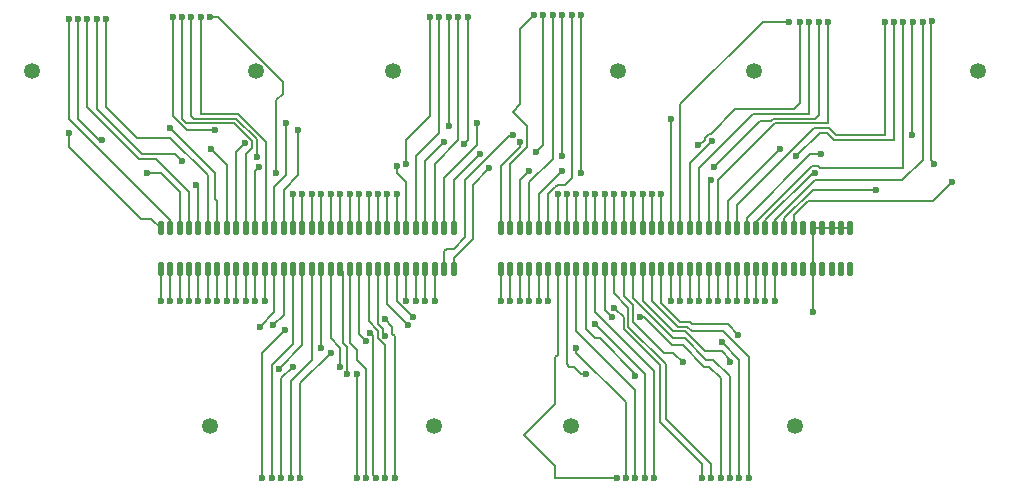
<source format=gbr>
%TF.GenerationSoftware,KiCad,Pcbnew,8.0.2-1*%
%TF.CreationDate,2024-06-18T10:28:37-04:00*%
%TF.ProjectId,Untitled,556e7469-746c-4656-942e-6b696361645f,rev?*%
%TF.SameCoordinates,Original*%
%TF.FileFunction,Copper,L2,Bot*%
%TF.FilePolarity,Positive*%
%FSLAX46Y46*%
G04 Gerber Fmt 4.6, Leading zero omitted, Abs format (unit mm)*
G04 Created by KiCad (PCBNEW 8.0.2-1) date 2024-06-18 10:28:37*
%MOMM*%
%LPD*%
G01*
G04 APERTURE LIST*
G04 Aperture macros list*
%AMRoundRect*
0 Rectangle with rounded corners*
0 $1 Rounding radius*
0 $2 $3 $4 $5 $6 $7 $8 $9 X,Y pos of 4 corners*
0 Add a 4 corners polygon primitive as box body*
4,1,4,$2,$3,$4,$5,$6,$7,$8,$9,$2,$3,0*
0 Add four circle primitives for the rounded corners*
1,1,$1+$1,$2,$3*
1,1,$1+$1,$4,$5*
1,1,$1+$1,$6,$7*
1,1,$1+$1,$8,$9*
0 Add four rect primitives between the rounded corners*
20,1,$1+$1,$2,$3,$4,$5,0*
20,1,$1+$1,$4,$5,$6,$7,0*
20,1,$1+$1,$6,$7,$8,$9,0*
20,1,$1+$1,$8,$9,$2,$3,0*%
G04 Aperture macros list end*
%TA.AperFunction,ComponentPad*%
%ADD10C,1.348000*%
%TD*%
%TA.AperFunction,SMDPad,CuDef*%
%ADD11RoundRect,0.125000X-0.125000X-0.475000X0.125000X-0.475000X0.125000X0.475000X-0.125000X0.475000X0*%
%TD*%
%TA.AperFunction,ViaPad*%
%ADD12C,0.600000*%
%TD*%
%TA.AperFunction,Conductor*%
%ADD13C,0.200000*%
%TD*%
G04 APERTURE END LIST*
D10*
%TO.P,REF\u002A\u002A4,S1*%
%TO.N,N/C*%
X105505000Y-115000000D03*
%TO.P,REF\u002A\u002A4,S2*%
X124495000Y-115000000D03*
%TD*%
%TO.P,REF\u002A\u002A,S1*%
%TO.N,N/C*%
X74960000Y-115000000D03*
%TO.P,REF\u002A\u002A,S2*%
X93950000Y-115000000D03*
%TD*%
%TO.P,REF\u002A\u002A2,S1*%
%TO.N,N/C*%
X121000000Y-85000000D03*
%TO.P,REF\u002A\u002A2,S2*%
X139990000Y-85000000D03*
%TD*%
%TO.P,REF\u002A\u002A1,S1*%
%TO.N,N/C*%
X59905000Y-85000000D03*
%TO.P,REF\u002A\u002A1,S2*%
X78895000Y-85000000D03*
%TD*%
%TO.P,REF\u002A\u002A3,S1*%
%TO.N,N/C*%
X90505000Y-85000000D03*
%TO.P,REF\u002A\u002A3,S2*%
X109495000Y-85000000D03*
%TD*%
D11*
%TO.P,REF\u002A\u002A,1*%
%TO.N,A0*%
X70800000Y-98300000D03*
%TO.P,REF\u002A\u002A,2*%
%TO.N,A1*%
X70800000Y-101700000D03*
%TO.P,REF\u002A\u002A,3*%
%TO.N,K0*%
X71600000Y-98300000D03*
%TO.P,REF\u002A\u002A,4*%
%TO.N,K1*%
X71600000Y-101700000D03*
%TO.P,REF\u002A\u002A,5*%
%TO.N,A2*%
X72400000Y-98300000D03*
%TO.P,REF\u002A\u002A,6*%
%TO.N,A3*%
X72400000Y-101700000D03*
%TO.P,REF\u002A\u002A,7*%
%TO.N,K2*%
X73200000Y-98300000D03*
%TO.P,REF\u002A\u002A,8*%
%TO.N,K3*%
X73200000Y-101700000D03*
%TO.P,REF\u002A\u002A,9*%
%TO.N,A4*%
X74000000Y-98300000D03*
%TO.P,REF\u002A\u002A,10*%
%TO.N,A5*%
X74000000Y-101700000D03*
%TO.P,REF\u002A\u002A,11*%
%TO.N,K4*%
X74800000Y-98300000D03*
%TO.P,REF\u002A\u002A,12*%
%TO.N,K5*%
X74800000Y-101700000D03*
%TO.P,REF\u002A\u002A,13*%
%TO.N,A6*%
X75600000Y-98300000D03*
%TO.P,REF\u002A\u002A,14*%
%TO.N,A7*%
X75600000Y-101700000D03*
%TO.P,REF\u002A\u002A,15*%
%TO.N,K6*%
X76400000Y-98300000D03*
%TO.P,REF\u002A\u002A,16*%
%TO.N,K7*%
X76400000Y-101700000D03*
%TO.P,REF\u002A\u002A,17*%
%TO.N,A8*%
X77200000Y-98300000D03*
%TO.P,REF\u002A\u002A,18*%
%TO.N,A9*%
X77200000Y-101700000D03*
%TO.P,REF\u002A\u002A,19*%
%TO.N,K8*%
X78000000Y-98300000D03*
%TO.P,REF\u002A\u002A,20*%
%TO.N,K9*%
X78000000Y-101700000D03*
%TO.P,REF\u002A\u002A,21*%
%TO.N,A10*%
X78800000Y-98300000D03*
%TO.P,REF\u002A\u002A,22*%
%TO.N,A11*%
X78800000Y-101700000D03*
%TO.P,REF\u002A\u002A,23*%
%TO.N,K10*%
X79600000Y-98300000D03*
%TO.P,REF\u002A\u002A,24*%
%TO.N,K11*%
X79600000Y-101700000D03*
%TO.P,REF\u002A\u002A,25*%
%TO.N,A12*%
X80400000Y-98300000D03*
%TO.P,REF\u002A\u002A,26*%
%TO.N,A13*%
X80400000Y-101700000D03*
%TO.P,REF\u002A\u002A,27*%
%TO.N,K12*%
X81200000Y-98300000D03*
%TO.P,REF\u002A\u002A,28*%
%TO.N,K13*%
X81200000Y-101700000D03*
%TO.P,REF\u002A\u002A,29*%
%TO.N,A14*%
X82000000Y-98300000D03*
%TO.P,REF\u002A\u002A,30*%
%TO.N,A15*%
X82000000Y-101700000D03*
%TO.P,REF\u002A\u002A,31*%
%TO.N,K14*%
X82800000Y-98300000D03*
%TO.P,REF\u002A\u002A,32*%
%TO.N,K15*%
X82800000Y-101700000D03*
%TO.P,REF\u002A\u002A,33*%
%TO.N,A16*%
X83600000Y-98300000D03*
%TO.P,REF\u002A\u002A,34*%
%TO.N,A17*%
X83600000Y-101700000D03*
%TO.P,REF\u002A\u002A,35*%
%TO.N,K16*%
X84400000Y-98300000D03*
%TO.P,REF\u002A\u002A,36*%
%TO.N,K17*%
X84400000Y-101700000D03*
%TO.P,REF\u002A\u002A,37*%
%TO.N,A18*%
X85200000Y-98300000D03*
%TO.P,REF\u002A\u002A,38*%
%TO.N,A19*%
X85200000Y-101700000D03*
%TO.P,REF\u002A\u002A,39*%
%TO.N,K18*%
X86000000Y-98300000D03*
%TO.P,REF\u002A\u002A,40*%
%TO.N,K19*%
X86000000Y-101700000D03*
%TO.P,REF\u002A\u002A,41*%
%TO.N,A20*%
X86800000Y-98300000D03*
%TO.P,REF\u002A\u002A,42*%
%TO.N,A21*%
X86800000Y-101700000D03*
%TO.P,REF\u002A\u002A,43*%
%TO.N,K20*%
X87600000Y-98300000D03*
%TO.P,REF\u002A\u002A,44*%
%TO.N,K21*%
X87600000Y-101700000D03*
%TO.P,REF\u002A\u002A,45*%
%TO.N,A22*%
X88400000Y-98300000D03*
%TO.P,REF\u002A\u002A,46*%
%TO.N,A23*%
X88400000Y-101700000D03*
%TO.P,REF\u002A\u002A,47*%
%TO.N,K22*%
X89200000Y-98300000D03*
%TO.P,REF\u002A\u002A,48*%
%TO.N,K23*%
X89200000Y-101700000D03*
%TO.P,REF\u002A\u002A,49*%
%TO.N,A24*%
X90000000Y-98300000D03*
%TO.P,REF\u002A\u002A,50*%
%TO.N,A25*%
X90000000Y-101700000D03*
%TO.P,REF\u002A\u002A,51*%
%TO.N,K24*%
X90800000Y-98300000D03*
%TO.P,REF\u002A\u002A,52*%
%TO.N,K25*%
X90800000Y-101700000D03*
%TO.P,REF\u002A\u002A,53*%
%TO.N,A26*%
X91600000Y-98300000D03*
%TO.P,REF\u002A\u002A,54*%
%TO.N,A27*%
X91600000Y-101700000D03*
%TO.P,REF\u002A\u002A,55*%
%TO.N,K26*%
X92400000Y-98300000D03*
%TO.P,REF\u002A\u002A,56*%
%TO.N,K27*%
X92400000Y-101700000D03*
%TO.P,REF\u002A\u002A,57*%
%TO.N,A28*%
X93200000Y-98300000D03*
%TO.P,REF\u002A\u002A,58*%
%TO.N,A29*%
X93200000Y-101700000D03*
%TO.P,REF\u002A\u002A,59*%
%TO.N,K28*%
X94000000Y-98300000D03*
%TO.P,REF\u002A\u002A,60*%
%TO.N,K29*%
X94000000Y-101700000D03*
%TO.P,REF\u002A\u002A,61*%
%TO.N,A30*%
X94800000Y-98300000D03*
%TO.P,REF\u002A\u002A,62*%
%TO.N,A31*%
X94800000Y-101700000D03*
%TO.P,REF\u002A\u002A,63*%
%TO.N,K30*%
X95600000Y-98300000D03*
%TO.P,REF\u002A\u002A,64*%
%TO.N,K31*%
X95600000Y-101700000D03*
%TO.P,REF\u002A\u002A,65*%
%TO.N,A32*%
X99600000Y-98300000D03*
%TO.P,REF\u002A\u002A,66*%
%TO.N,A33*%
X99600000Y-101700000D03*
%TO.P,REF\u002A\u002A,67*%
%TO.N,K32*%
X100400000Y-98300000D03*
%TO.P,REF\u002A\u002A,68*%
%TO.N,K33*%
X100400000Y-101700000D03*
%TO.P,REF\u002A\u002A,69*%
%TO.N,A34*%
X101200000Y-98300000D03*
%TO.P,REF\u002A\u002A,70*%
%TO.N,A35*%
X101200000Y-101700000D03*
%TO.P,REF\u002A\u002A,71*%
%TO.N,K34*%
X102000000Y-98300000D03*
%TO.P,REF\u002A\u002A,72*%
%TO.N,K35*%
X102000000Y-101700000D03*
%TO.P,REF\u002A\u002A,73*%
%TO.N,A36*%
X102800000Y-98300000D03*
%TO.P,REF\u002A\u002A,74*%
%TO.N,A37*%
X102800000Y-101700000D03*
%TO.P,REF\u002A\u002A,75*%
%TO.N,K36*%
X103600000Y-98300000D03*
%TO.P,REF\u002A\u002A,76*%
%TO.N,K37*%
X103600000Y-101700000D03*
%TO.P,REF\u002A\u002A,77*%
%TO.N,A38*%
X104400000Y-98300000D03*
%TO.P,REF\u002A\u002A,78*%
%TO.N,A39*%
X104400000Y-101700000D03*
%TO.P,REF\u002A\u002A,79*%
%TO.N,K38*%
X105200000Y-98300000D03*
%TO.P,REF\u002A\u002A,80*%
%TO.N,K39*%
X105200000Y-101700000D03*
%TO.P,REF\u002A\u002A,81*%
%TO.N,A40*%
X106000000Y-98300000D03*
%TO.P,REF\u002A\u002A,82*%
%TO.N,A41*%
X106000000Y-101700000D03*
%TO.P,REF\u002A\u002A,83*%
%TO.N,K40*%
X106800000Y-98300000D03*
%TO.P,REF\u002A\u002A,84*%
%TO.N,K41*%
X106800000Y-101700000D03*
%TO.P,REF\u002A\u002A,85*%
%TO.N,A42*%
X107600000Y-98300000D03*
%TO.P,REF\u002A\u002A,86*%
%TO.N,A43*%
X107600000Y-101700000D03*
%TO.P,REF\u002A\u002A,87*%
%TO.N,K42*%
X108400000Y-98300000D03*
%TO.P,REF\u002A\u002A,88*%
%TO.N,K43*%
X108400000Y-101700000D03*
%TO.P,REF\u002A\u002A,89*%
%TO.N,A44*%
X109200000Y-98300000D03*
%TO.P,REF\u002A\u002A,90*%
%TO.N,A45*%
X109200000Y-101700000D03*
%TO.P,REF\u002A\u002A,91*%
%TO.N,K44*%
X110000000Y-98300000D03*
%TO.P,REF\u002A\u002A,92*%
%TO.N,K45*%
X110000000Y-101700000D03*
%TO.P,REF\u002A\u002A,93*%
%TO.N,A46*%
X110800000Y-98300000D03*
%TO.P,REF\u002A\u002A,94*%
%TO.N,A47*%
X110800000Y-101700000D03*
%TO.P,REF\u002A\u002A,95*%
%TO.N,K46*%
X111600000Y-98300000D03*
%TO.P,REF\u002A\u002A,96*%
%TO.N,K47*%
X111600000Y-101700000D03*
%TO.P,REF\u002A\u002A,97*%
%TO.N,A48*%
X112400000Y-98300000D03*
%TO.P,REF\u002A\u002A,98*%
%TO.N,A49*%
X112400000Y-101700000D03*
%TO.P,REF\u002A\u002A,99*%
%TO.N,K48*%
X113200000Y-98300000D03*
%TO.P,REF\u002A\u002A,100*%
%TO.N,K49*%
X113200000Y-101700000D03*
%TO.P,REF\u002A\u002A,101*%
%TO.N,A50*%
X114000000Y-98300000D03*
%TO.P,REF\u002A\u002A,102*%
%TO.N,A51*%
X114000000Y-101700000D03*
%TO.P,REF\u002A\u002A,103*%
%TO.N,K50*%
X114800000Y-98300000D03*
%TO.P,REF\u002A\u002A,104*%
%TO.N,K51*%
X114800000Y-101700000D03*
%TO.P,REF\u002A\u002A,105*%
%TO.N,A52*%
X115600000Y-98300000D03*
%TO.P,REF\u002A\u002A,106*%
%TO.N,A53*%
X115600000Y-101700000D03*
%TO.P,REF\u002A\u002A,107*%
%TO.N,K52*%
X116400000Y-98300000D03*
%TO.P,REF\u002A\u002A,108*%
%TO.N,K53*%
X116400000Y-101700000D03*
%TO.P,REF\u002A\u002A,109*%
%TO.N,A54*%
X117200000Y-98300000D03*
%TO.P,REF\u002A\u002A,110*%
%TO.N,A55*%
X117200000Y-101700000D03*
%TO.P,REF\u002A\u002A,111*%
%TO.N,K54*%
X118000000Y-98300000D03*
%TO.P,REF\u002A\u002A,112*%
%TO.N,K55*%
X118000000Y-101700000D03*
%TO.P,REF\u002A\u002A,113*%
%TO.N,A56*%
X118800000Y-98300000D03*
%TO.P,REF\u002A\u002A,114*%
%TO.N,A57*%
X118800000Y-101700000D03*
%TO.P,REF\u002A\u002A,115*%
%TO.N,K56*%
X119600000Y-98300000D03*
%TO.P,REF\u002A\u002A,116*%
%TO.N,K57*%
X119600000Y-101700000D03*
%TO.P,REF\u002A\u002A,117*%
%TO.N,A58*%
X120400000Y-98300000D03*
%TO.P,REF\u002A\u002A,118*%
%TO.N,A59*%
X120400000Y-101700000D03*
%TO.P,REF\u002A\u002A,119*%
%TO.N,K58*%
X121200000Y-98300000D03*
%TO.P,REF\u002A\u002A,120*%
%TO.N,K59*%
X121200000Y-101700000D03*
%TO.P,REF\u002A\u002A,121*%
%TO.N,A60*%
X122000000Y-98300000D03*
%TO.P,REF\u002A\u002A,122*%
%TO.N,A61*%
X122000000Y-101700000D03*
%TO.P,REF\u002A\u002A,123*%
%TO.N,K60*%
X122800000Y-98300000D03*
%TO.P,REF\u002A\u002A,124*%
%TO.N,K61*%
X122800000Y-101700000D03*
%TO.P,REF\u002A\u002A,125*%
%TO.N,A62*%
X123600000Y-98300000D03*
%TO.P,REF\u002A\u002A,126*%
%TO.N,N/C*%
X123600000Y-101700000D03*
%TO.P,REF\u002A\u002A,127*%
%TO.N,K62*%
X124400000Y-98300000D03*
%TO.P,REF\u002A\u002A,128*%
%TO.N,N/C*%
X124400000Y-101700000D03*
%TO.P,REF\u002A\u002A,129*%
X125200000Y-98300000D03*
%TO.P,REF\u002A\u002A,130*%
X125200000Y-101700000D03*
%TO.P,REF\u002A\u002A,131*%
%TO.N,GND*%
X126000000Y-98300000D03*
%TO.P,REF\u002A\u002A,132*%
X126000000Y-101700000D03*
%TO.P,REF\u002A\u002A,133*%
X126800000Y-98300000D03*
%TO.P,REF\u002A\u002A,134*%
%TO.N,N/C*%
X126800000Y-101700000D03*
%TO.P,REF\u002A\u002A,135*%
%TO.N,GND*%
X127600000Y-98300000D03*
%TO.P,REF\u002A\u002A,136*%
%TO.N,N/C*%
X127600000Y-101700000D03*
%TO.P,REF\u002A\u002A,137*%
%TO.N,GND*%
X128400000Y-98300000D03*
%TO.P,REF\u002A\u002A,138*%
%TO.N,N/C*%
X128400000Y-101700000D03*
%TO.P,REF\u002A\u002A,139*%
%TO.N,GND*%
X129200000Y-98300000D03*
%TO.P,REF\u002A\u002A,140*%
%TO.N,N/C*%
X129200000Y-101700000D03*
%TD*%
D12*
%TO.N,A0*%
X63000000Y-90200000D03*
%TO.N,K0*%
X63000000Y-80600000D03*
%TO.N,A2*%
X69600000Y-93600000D03*
%TO.N,K2*%
X64600000Y-80600000D03*
%TO.N,A1*%
X70800000Y-104400000D03*
%TO.N,K1*%
X71600000Y-104400000D03*
X65800000Y-90800000D03*
X63800000Y-80600000D03*
%TO.N,K3*%
X73200000Y-104400000D03*
X65400000Y-80600000D03*
X72600000Y-92600000D03*
%TO.N,A3*%
X72400000Y-104400000D03*
%TO.N,A5*%
X74000000Y-104400000D03*
%TO.N,K5*%
X74800000Y-104400000D03*
%TO.N,A4*%
X73800000Y-94650000D03*
%TO.N,K4*%
X66200000Y-80600000D03*
%TO.N,A7*%
X75600000Y-104400000D03*
%TO.N,K7*%
X71800000Y-80400000D03*
X75400000Y-90000000D03*
X76400000Y-104400000D03*
%TO.N,A6*%
X71569765Y-89800000D03*
%TO.N,K6*%
X75024265Y-91575735D03*
%TO.N,A8*%
X77900000Y-91100000D03*
%TO.N,A9*%
X77200000Y-104400000D03*
%TO.N,A10*%
X79100000Y-93100000D03*
%TO.N,A11*%
X78800000Y-104400000D03*
%TO.N,K12*%
X82400000Y-90000000D03*
%TO.N,K11*%
X75000000Y-80400000D03*
X79600000Y-104400000D03*
X80600000Y-93600000D03*
%TO.N,K10*%
X74200000Y-80400000D03*
%TO.N,K9*%
X78925000Y-92275000D03*
X73400000Y-80400000D03*
X78000000Y-104400000D03*
%TO.N,K8*%
X72600000Y-80400000D03*
%TO.N,A12*%
X81400000Y-89400000D03*
%TO.N,A13*%
X79200000Y-106600000D03*
%TO.N,K13*%
X80300000Y-106500000D03*
%TO.N,K15*%
X80800000Y-110200000D03*
%TO.N,A15*%
X80200000Y-119400000D03*
%TO.N,A17*%
X81800000Y-119400000D03*
%TO.N,K17*%
X84400000Y-108400000D03*
%TO.N,A19*%
X86000000Y-110000000D03*
%TO.N,K19*%
X86600000Y-110600000D03*
%TO.N,A21*%
X88200000Y-119400000D03*
%TO.N,K21*%
X88200000Y-107851473D03*
%TO.N,A23*%
X89800000Y-119400000D03*
%TO.N,K23*%
X89824265Y-107375735D03*
%TO.N,A25*%
X91756239Y-106465642D03*
%TO.N,K25*%
X91600000Y-92800000D03*
X92200000Y-105800000D03*
X93600000Y-80400000D03*
%TO.N,A27*%
X91600000Y-104400000D03*
%TO.N,K27*%
X95200000Y-80400000D03*
X92400000Y-104400000D03*
X95200000Y-89600000D03*
%TO.N,A29*%
X93200000Y-104400000D03*
%TO.N,K29*%
X96800000Y-80400000D03*
X96514496Y-91108698D03*
X94000000Y-104400000D03*
%TO.N,A31*%
X100600000Y-90400000D03*
%TO.N,K31*%
X98600000Y-93200000D03*
%TO.N,A14*%
X81300000Y-106900000D03*
X82000000Y-95400000D03*
X79400000Y-119400000D03*
%TO.N,K14*%
X82800000Y-95400000D03*
%TO.N,A16*%
X81000000Y-119400000D03*
X83600000Y-95400000D03*
X82000000Y-110000000D03*
%TO.N,K16*%
X84400000Y-95400000D03*
%TO.N,A18*%
X85200000Y-95400000D03*
X82600000Y-119400000D03*
X85200000Y-108800000D03*
%TO.N,K18*%
X86000000Y-95400000D03*
%TO.N,A20*%
X87400000Y-110600000D03*
X86800000Y-95400000D03*
X87400000Y-119400000D03*
%TO.N,K20*%
X87600000Y-95400000D03*
%TO.N,A22*%
X89000000Y-119400000D03*
X88400000Y-95400000D03*
X88524026Y-107120029D03*
%TO.N,K22*%
X89200000Y-95400000D03*
%TO.N,A24*%
X90600000Y-119400000D03*
X89800000Y-106000000D03*
X90000000Y-95400000D03*
%TO.N,K24*%
X90800000Y-95400000D03*
%TO.N,A26*%
X90800000Y-93000000D03*
%TO.N,K26*%
X94400000Y-80400000D03*
%TO.N,A28*%
X94800000Y-91000000D03*
%TO.N,K28*%
X96000000Y-80400000D03*
%TO.N,A30*%
X97600000Y-89400000D03*
%TO.N,K30*%
X97800000Y-92000000D03*
%TO.N,GND*%
X126000000Y-105400000D03*
%TO.N,K32*%
X102400000Y-80200000D03*
%TO.N,K33*%
X102600000Y-91800000D03*
X100400000Y-104400000D03*
X103200000Y-80200000D03*
%TO.N,K34*%
X104000000Y-80200000D03*
%TO.N,K35*%
X104800000Y-80200000D03*
X102000000Y-104400000D03*
X104800000Y-92200000D03*
%TO.N,K36*%
X105600000Y-80200000D03*
%TO.N,K37*%
X106400000Y-93600000D03*
X103600000Y-104400000D03*
X106400000Y-80200000D03*
%TO.N,A32*%
X101200000Y-91000000D03*
%TO.N,A33*%
X99600000Y-104400000D03*
%TO.N,A34*%
X102000000Y-93400000D03*
%TO.N,A35*%
X101200000Y-104400000D03*
%TO.N,A36*%
X104800000Y-93400000D03*
%TO.N,A37*%
X102800000Y-104400000D03*
%TO.N,A38*%
X104400000Y-95400000D03*
%TO.N,K38*%
X105200000Y-95400000D03*
%TO.N,A39*%
X109400000Y-119400000D03*
%TO.N,K39*%
X106800000Y-110600000D03*
%TO.N,A41*%
X111000000Y-119400000D03*
%TO.N,A43*%
X112600000Y-119400000D03*
%TO.N,K41*%
X111000000Y-110800000D03*
%TO.N,A45*%
X117400000Y-119400000D03*
%TO.N,K43*%
X109000000Y-105800000D03*
%TO.N,K45*%
X115000000Y-109600000D03*
%TO.N,A47*%
X119000000Y-119400000D03*
%TO.N,K47*%
X119000000Y-109600000D03*
%TO.N,A49*%
X120600000Y-119400000D03*
%TO.N,K49*%
X119700000Y-107300000D03*
%TO.N,A40*%
X106000000Y-95400000D03*
X106000000Y-108400000D03*
X110200000Y-119400000D03*
%TO.N,K40*%
X106800000Y-95400000D03*
%TO.N,A42*%
X107600000Y-95400000D03*
X111800000Y-119400000D03*
X107600000Y-106400000D03*
%TO.N,K42*%
X108400000Y-95400000D03*
%TO.N,A44*%
X116600000Y-119400000D03*
X109200000Y-105000000D03*
X109200000Y-95400000D03*
%TO.N,K44*%
X110000000Y-95400000D03*
%TO.N,A46*%
X111400000Y-105800000D03*
X110800000Y-95400000D03*
X118200000Y-119400000D03*
%TO.N,K46*%
X111600000Y-95400000D03*
%TO.N,A48*%
X119800000Y-119400000D03*
X112400000Y-95400000D03*
X118300000Y-107900000D03*
%TO.N,K48*%
X113200000Y-95400000D03*
%TO.N,K50*%
X124000000Y-80800000D03*
%TO.N,K52*%
X125699994Y-80800000D03*
%TO.N,A51*%
X114000000Y-104400000D03*
%TO.N,A52*%
X117475735Y-90875735D03*
%TO.N,A53*%
X115600000Y-104400000D03*
%TO.N,A54*%
X117400000Y-94200000D03*
%TO.N,A55*%
X117200000Y-104400000D03*
%TO.N,A56*%
X123200000Y-91600000D03*
%TO.N,K51*%
X114800000Y-104400000D03*
X124899991Y-80800000D03*
X116251470Y-91251470D03*
%TO.N,K53*%
X126499997Y-80800000D03*
X117675735Y-93075735D03*
X116400000Y-104400000D03*
%TO.N,K54*%
X127300000Y-80800000D03*
%TO.N,K55*%
X118000000Y-104400000D03*
%TO.N,K56*%
X132083925Y-80800000D03*
%TO.N,A50*%
X114000000Y-89000000D03*
%TO.N,K58*%
X133683927Y-80801897D03*
%TO.N,K57*%
X119600000Y-104400000D03*
X124600000Y-92200000D03*
X132883927Y-80799973D03*
%TO.N,K59*%
X121200000Y-104400000D03*
X134400000Y-90400000D03*
X134483823Y-80788823D03*
%TO.N,K60*%
X135308038Y-80813137D03*
%TO.N,K61*%
X136295000Y-92800000D03*
X122800000Y-104400000D03*
X136100000Y-80700000D03*
%TO.N,K62*%
X137800000Y-94400000D03*
%TO.N,A62*%
X131400000Y-95000000D03*
%TO.N,A61*%
X122000000Y-104400000D03*
%TO.N,A60*%
X126200000Y-93600000D03*
%TO.N,A59*%
X120400000Y-104400000D03*
%TO.N,A58*%
X126710049Y-92000000D03*
%TO.N,A57*%
X118800000Y-104400000D03*
%TD*%
D13*
%TO.N,K62*%
X125600000Y-96000000D02*
X124400000Y-97200000D01*
X137800000Y-94400000D02*
X136200000Y-96000000D01*
X136200000Y-96000000D02*
X125600000Y-96000000D01*
X124400000Y-97200000D02*
X124400000Y-98300000D01*
%TO.N,A0*%
X63000000Y-90200000D02*
X63000000Y-91400000D01*
X69115000Y-97515000D02*
X70015000Y-97515000D01*
X70015000Y-97515000D02*
X70800000Y-98300000D01*
X63000000Y-91400000D02*
X69115000Y-97515000D01*
%TO.N,K0*%
X63000000Y-80600000D02*
X63000000Y-89000000D01*
X71600000Y-97600000D02*
X71600000Y-98300000D01*
X63000000Y-89000000D02*
X71600000Y-97600000D01*
%TO.N,A2*%
X69600000Y-93600000D02*
X70800000Y-93600000D01*
X70800000Y-93600000D02*
X72400000Y-95200000D01*
X72400000Y-95200000D02*
X72400000Y-98300000D01*
%TO.N,K2*%
X73200000Y-95200000D02*
X73200000Y-98300000D01*
X69000000Y-92400000D02*
X70400000Y-92400000D01*
X64600000Y-88000000D02*
X69000000Y-92400000D01*
X64600000Y-80600000D02*
X64600000Y-88000000D01*
X70400000Y-92400000D02*
X73200000Y-95200000D01*
%TO.N,A1*%
X70800000Y-104400000D02*
X70800000Y-101700000D01*
%TO.N,K1*%
X71600000Y-104400000D02*
X71600000Y-101700000D01*
X65800000Y-90800000D02*
X65600000Y-90800000D01*
X63800000Y-89000000D02*
X63800000Y-80600000D01*
X65600000Y-90800000D02*
X63800000Y-89000000D01*
%TO.N,K3*%
X72000000Y-92000000D02*
X72600000Y-92600000D01*
X73200000Y-101700000D02*
X73200000Y-104400000D01*
X65400000Y-88200000D02*
X69200000Y-92000000D01*
X65400000Y-80600000D02*
X65400000Y-88200000D01*
X69200000Y-92000000D02*
X72000000Y-92000000D01*
%TO.N,A3*%
X72400000Y-101700000D02*
X72400000Y-104400000D01*
%TO.N,A5*%
X74000000Y-101700000D02*
X74000000Y-104400000D01*
%TO.N,K5*%
X74800000Y-101700000D02*
X74800000Y-104400000D01*
%TO.N,A4*%
X74000000Y-94850000D02*
X74000000Y-98300000D01*
X73800000Y-94650000D02*
X74000000Y-94850000D01*
%TO.N,K4*%
X66200000Y-88000000D02*
X68800000Y-90600000D01*
X66200000Y-80600000D02*
X66200000Y-88000000D01*
X68800000Y-90600000D02*
X71600000Y-90600000D01*
X71600000Y-90600000D02*
X74800000Y-93800000D01*
X74800000Y-93800000D02*
X74800000Y-98300000D01*
%TO.N,A7*%
X75600000Y-101700000D02*
X75600000Y-104400000D01*
%TO.N,K7*%
X76400000Y-101700000D02*
X76400000Y-104400000D01*
X75400000Y-90000000D02*
X73000000Y-90000000D01*
X73000000Y-90000000D02*
X71800000Y-88800000D01*
X71800000Y-88800000D02*
X71800000Y-80400000D01*
%TO.N,A6*%
X75400000Y-93630235D02*
X75400000Y-95800000D01*
X75600000Y-96000000D02*
X75600000Y-98300000D01*
X71569765Y-89800000D02*
X75400000Y-93630235D01*
X75400000Y-95800000D02*
X75600000Y-96000000D01*
%TO.N,K6*%
X76400000Y-92951470D02*
X76400000Y-98300000D01*
X75024265Y-91575735D02*
X76400000Y-92951470D01*
%TO.N,A8*%
X77900000Y-91100000D02*
X77200000Y-91800000D01*
X77200000Y-91800000D02*
X77200000Y-98300000D01*
%TO.N,A9*%
X77200000Y-101700000D02*
X77200000Y-104400000D01*
%TO.N,A10*%
X79100000Y-93100000D02*
X78800000Y-93400000D01*
X78800000Y-93400000D02*
X78800000Y-98300000D01*
%TO.N,A11*%
X78800000Y-101700000D02*
X78800000Y-104400000D01*
%TO.N,K12*%
X81200000Y-95000000D02*
X82400000Y-93800000D01*
X82400000Y-93800000D02*
X82400000Y-90000000D01*
X81200000Y-98300000D02*
X81200000Y-95000000D01*
%TO.N,K11*%
X75000000Y-80400000D02*
X75672445Y-80400000D01*
X75672445Y-80400000D02*
X81130000Y-85857555D01*
X81130000Y-86908000D02*
X80600000Y-87438000D01*
X80600000Y-87438000D02*
X80600000Y-93600000D01*
X79600000Y-101700000D02*
X79600000Y-104400000D01*
X81130000Y-85857555D02*
X81130000Y-86908000D01*
%TO.N,K10*%
X79737000Y-90957099D02*
X79737000Y-98163000D01*
X77379901Y-88600000D02*
X79737000Y-90957099D01*
X74200000Y-80400000D02*
X74200000Y-88600000D01*
X74200000Y-88600000D02*
X77379901Y-88600000D01*
X79737000Y-98163000D02*
X79600000Y-98300000D01*
%TO.N,K9*%
X77214215Y-89000000D02*
X78925000Y-90710785D01*
X78000000Y-101700000D02*
X78000000Y-104400000D01*
X73400000Y-88800000D02*
X73600000Y-89000000D01*
X73600000Y-89000000D02*
X77214215Y-89000000D01*
X73400000Y-80400000D02*
X73400000Y-88800000D01*
X78925000Y-90710785D02*
X78925000Y-92275000D01*
%TO.N,K8*%
X72600000Y-80400000D02*
X72600000Y-89034314D01*
X78500000Y-90851471D02*
X78500000Y-91500000D01*
X78000000Y-92000000D02*
X78000000Y-98300000D01*
X78500000Y-91500000D02*
X78000000Y-92000000D01*
X77048529Y-89400000D02*
X78500000Y-90851471D01*
X72965686Y-89400000D02*
X77048529Y-89400000D01*
X72600000Y-89034314D02*
X72965686Y-89400000D01*
%TO.N,A12*%
X80400000Y-94800000D02*
X81400000Y-93800000D01*
X80400000Y-98300000D02*
X80400000Y-94800000D01*
X81400000Y-93800000D02*
X81400000Y-89400000D01*
%TO.N,A13*%
X80400000Y-105400000D02*
X79200000Y-106600000D01*
X80400000Y-101700000D02*
X80400000Y-105400000D01*
%TO.N,K13*%
X81200000Y-105600000D02*
X81200000Y-101700000D01*
X80300000Y-106500000D02*
X81200000Y-105600000D01*
%TO.N,K15*%
X80800000Y-110200000D02*
X82800000Y-108200000D01*
X82800000Y-108200000D02*
X82800000Y-101700000D01*
%TO.N,A15*%
X82000000Y-108100000D02*
X82000000Y-101700000D01*
X80200000Y-119400000D02*
X80200000Y-109900000D01*
X80200000Y-109900000D02*
X82000000Y-108100000D01*
%TO.N,A17*%
X83600000Y-109400000D02*
X81800000Y-111200000D01*
X83600000Y-101700000D02*
X83600000Y-109400000D01*
X81800000Y-111200000D02*
X81800000Y-119400000D01*
%TO.N,K17*%
X84400000Y-101700000D02*
X84400000Y-108400000D01*
%TO.N,A19*%
X85200000Y-101700000D02*
X85200000Y-107600000D01*
X85200000Y-107600000D02*
X86000000Y-108400000D01*
X86000000Y-108400000D02*
X86000000Y-110000000D01*
%TO.N,K19*%
X86200000Y-101900000D02*
X86200000Y-107965685D01*
X86200000Y-107965685D02*
X86600000Y-108365685D01*
X86600000Y-108365685D02*
X86600000Y-110600000D01*
X86000000Y-101700000D02*
X86200000Y-101900000D01*
%TO.N,A21*%
X88200000Y-110200000D02*
X88200000Y-119400000D01*
X87400000Y-108600000D02*
X87400000Y-109400000D01*
X86800000Y-108000000D02*
X87400000Y-108600000D01*
X87400000Y-109400000D02*
X88200000Y-110200000D01*
X86800000Y-101700000D02*
X86800000Y-108000000D01*
%TO.N,K21*%
X87600000Y-107251473D02*
X87600000Y-101700000D01*
X88200000Y-107851473D02*
X87600000Y-107251473D01*
%TO.N,A23*%
X89200000Y-107600000D02*
X89200000Y-106947474D01*
X88400000Y-106147474D02*
X88400000Y-101700000D01*
X89800000Y-119400000D02*
X89800000Y-108200000D01*
X89800000Y-108200000D02*
X89200000Y-107600000D01*
X89200000Y-106947474D02*
X88400000Y-106147474D01*
%TO.N,K23*%
X89824265Y-107375735D02*
X89600000Y-107151470D01*
X89600000Y-107151470D02*
X89600000Y-106781788D01*
X89200000Y-106381788D02*
X89200000Y-101700000D01*
X89600000Y-106781788D02*
X89200000Y-106381788D01*
%TO.N,A25*%
X91756239Y-106465642D02*
X90000000Y-104709403D01*
X90000000Y-104709403D02*
X90000000Y-101700000D01*
%TO.N,K25*%
X93600000Y-88800000D02*
X93600000Y-80400000D01*
X92151471Y-105800000D02*
X90800000Y-104448529D01*
X91600000Y-90800000D02*
X93600000Y-88800000D01*
X91600000Y-92800000D02*
X91600000Y-90800000D01*
X90800000Y-104448529D02*
X90800000Y-101700000D01*
X92200000Y-105800000D02*
X92151471Y-105800000D01*
%TO.N,A27*%
X91600000Y-101700000D02*
X91600000Y-104400000D01*
%TO.N,K27*%
X92400000Y-101700000D02*
X92400000Y-104400000D01*
X95200000Y-89600000D02*
X95200000Y-80400000D01*
%TO.N,A29*%
X93200000Y-101700000D02*
X93200000Y-104400000D01*
%TO.N,K29*%
X94000000Y-101700000D02*
X94000000Y-104400000D01*
X96514496Y-91108698D02*
X96800000Y-90823194D01*
X96800000Y-90823194D02*
X96800000Y-80400000D01*
%TO.N,A31*%
X96600000Y-99000000D02*
X95600000Y-100000000D01*
X94800000Y-100200000D02*
X94800000Y-101700000D01*
X100400000Y-90400000D02*
X96600000Y-94200000D01*
X100600000Y-90400000D02*
X100400000Y-90400000D01*
X96600000Y-94200000D02*
X96600000Y-99000000D01*
X95000000Y-100000000D02*
X94800000Y-100200000D01*
X95600000Y-100000000D02*
X95000000Y-100000000D01*
%TO.N,K31*%
X98600000Y-93200000D02*
X97200000Y-94600000D01*
X95600000Y-100800000D02*
X95600000Y-101700000D01*
X97200000Y-99200000D02*
X95600000Y-100800000D01*
X97200000Y-94600000D02*
X97200000Y-99200000D01*
%TO.N,A14*%
X81300000Y-106900000D02*
X79400000Y-108800000D01*
X82000000Y-95400000D02*
X82000000Y-98300000D01*
X79400000Y-108800000D02*
X79400000Y-119400000D01*
%TO.N,K14*%
X82800000Y-95400000D02*
X82800000Y-98300000D01*
%TO.N,A16*%
X83600000Y-95400000D02*
X83600000Y-98300000D01*
X81000000Y-111000000D02*
X81000000Y-119400000D01*
X82000000Y-110000000D02*
X81000000Y-111000000D01*
%TO.N,K16*%
X84400000Y-95400000D02*
X84400000Y-98300000D01*
%TO.N,A18*%
X85200000Y-108800000D02*
X82600000Y-111400000D01*
X82600000Y-111400000D02*
X82600000Y-119400000D01*
X85200000Y-95400000D02*
X85200000Y-98300000D01*
%TO.N,K18*%
X86000000Y-95400000D02*
X86000000Y-98300000D01*
%TO.N,A20*%
X87400000Y-119400000D02*
X87400000Y-110600000D01*
X86800000Y-95400000D02*
X86800000Y-98300000D01*
%TO.N,K20*%
X87600000Y-95400000D02*
X87600000Y-98300000D01*
%TO.N,A22*%
X88400000Y-95400000D02*
X88400000Y-98300000D01*
X88800000Y-107396003D02*
X88800000Y-119200000D01*
X88800000Y-119200000D02*
X89000000Y-119400000D01*
X88524026Y-107120029D02*
X88800000Y-107396003D01*
%TO.N,K22*%
X89200000Y-95400000D02*
X89200000Y-98300000D01*
%TO.N,A24*%
X90000000Y-95400000D02*
X90000000Y-98300000D01*
X89800000Y-106000000D02*
X90400000Y-106600000D01*
X90400000Y-107200000D02*
X90600000Y-107400000D01*
X90400000Y-106600000D02*
X90400000Y-107200000D01*
X90600000Y-107400000D02*
X90600000Y-119400000D01*
%TO.N,K24*%
X90800000Y-95400000D02*
X90800000Y-98300000D01*
%TO.N,A26*%
X91600000Y-94400000D02*
X91600000Y-98300000D01*
X90800000Y-93600000D02*
X91600000Y-94400000D01*
X90800000Y-93000000D02*
X90800000Y-93600000D01*
%TO.N,K26*%
X92400000Y-92200000D02*
X92400000Y-98300000D01*
X94400000Y-90200000D02*
X92400000Y-92200000D01*
X94400000Y-80400000D02*
X94400000Y-90200000D01*
%TO.N,A28*%
X93200000Y-92600000D02*
X94800000Y-91000000D01*
X93200000Y-98300000D02*
X93200000Y-92600000D01*
%TO.N,K28*%
X96000000Y-90800000D02*
X96000000Y-80400000D01*
X94000000Y-98300000D02*
X94000000Y-92800000D01*
X94000000Y-92800000D02*
X96000000Y-90800000D01*
%TO.N,A30*%
X97600000Y-91200000D02*
X97600000Y-89400000D01*
X94800000Y-98300000D02*
X94800000Y-94000000D01*
X96800000Y-92000000D02*
X97600000Y-91200000D01*
X94800000Y-94000000D02*
X96800000Y-92000000D01*
%TO.N,K30*%
X95600000Y-98300000D02*
X95600000Y-94200000D01*
X95600000Y-94200000D02*
X97800000Y-92000000D01*
%TO.N,GND*%
X126000000Y-101700000D02*
X126000000Y-105400000D01*
X126000000Y-98300000D02*
X126000000Y-101700000D01*
X129200000Y-98300000D02*
X126000000Y-98300000D01*
%TO.N,K32*%
X101200000Y-81400000D02*
X102400000Y-80200000D01*
X101800000Y-91400000D02*
X101800000Y-89600000D01*
X100400000Y-98300000D02*
X100400000Y-92800000D01*
X101200000Y-87800000D02*
X101200000Y-81400000D01*
X100600000Y-88400000D02*
X101200000Y-87800000D01*
X101800000Y-89600000D02*
X100600000Y-88400000D01*
X100400000Y-92800000D02*
X101800000Y-91400000D01*
%TO.N,K33*%
X100400000Y-104400000D02*
X100400000Y-104600000D01*
X100400000Y-101700000D02*
X100400000Y-104400000D01*
X103200000Y-91200000D02*
X103200000Y-80200000D01*
X102600000Y-91800000D02*
X103200000Y-91200000D01*
%TO.N,K34*%
X102000000Y-94400000D02*
X104000000Y-92400000D01*
X104000000Y-92400000D02*
X104000000Y-80200000D01*
X102000000Y-98300000D02*
X102000000Y-94400000D01*
%TO.N,K35*%
X104800000Y-92200000D02*
X104800000Y-80200000D01*
X102000000Y-101700000D02*
X102000000Y-104400000D01*
%TO.N,K36*%
X104151471Y-94800000D02*
X103600000Y-95351471D01*
X105600000Y-94000000D02*
X105000000Y-94600000D01*
X104400000Y-94600000D02*
X104200000Y-94800000D01*
X105600000Y-80200000D02*
X105600000Y-94000000D01*
X105000000Y-94600000D02*
X104400000Y-94600000D01*
X104200000Y-94800000D02*
X104151471Y-94800000D01*
X103600000Y-95351471D02*
X103600000Y-98300000D01*
%TO.N,K37*%
X103600000Y-101700000D02*
X103600000Y-104400000D01*
X106400000Y-93600000D02*
X106400000Y-80200000D01*
%TO.N,A32*%
X99600000Y-98300000D02*
X99600000Y-93000000D01*
X101200000Y-91400000D02*
X101200000Y-91000000D01*
X99600000Y-93000000D02*
X101200000Y-91400000D01*
%TO.N,A33*%
X99600000Y-104400000D02*
X99600000Y-104600000D01*
X99600000Y-101700000D02*
X99600000Y-104400000D01*
%TO.N,A34*%
X102000000Y-93400000D02*
X101200000Y-94200000D01*
X101200000Y-94200000D02*
X101200000Y-98300000D01*
%TO.N,A35*%
X101200000Y-101700000D02*
X101200000Y-104400000D01*
%TO.N,A36*%
X102800000Y-95400000D02*
X102800000Y-98300000D01*
X104800000Y-93400000D02*
X102800000Y-95400000D01*
%TO.N,A37*%
X102800000Y-101700000D02*
X102800000Y-104400000D01*
%TO.N,A38*%
X104400000Y-98300000D02*
X104400000Y-95400000D01*
%TO.N,K38*%
X105200000Y-98300000D02*
X105200000Y-95400000D01*
%TO.N,A39*%
X104200000Y-119400000D02*
X109400000Y-119400000D01*
X104200000Y-118400000D02*
X104200000Y-119400000D01*
X104200000Y-109200000D02*
X104200000Y-113200000D01*
X104400000Y-101700000D02*
X104400000Y-109000000D01*
X104200000Y-113200000D02*
X101600000Y-115800000D01*
X104400000Y-109000000D02*
X104200000Y-109200000D01*
X101600000Y-115800000D02*
X104200000Y-118400000D01*
%TO.N,K39*%
X105800000Y-110000000D02*
X106400000Y-110600000D01*
X105200000Y-101700000D02*
X105200000Y-109800000D01*
X105400000Y-110000000D02*
X105800000Y-110000000D01*
X106400000Y-110600000D02*
X106800000Y-110600000D01*
X105200000Y-109800000D02*
X105400000Y-110000000D01*
%TO.N,A41*%
X106000000Y-107000000D02*
X106000000Y-101700000D01*
X111000000Y-112000000D02*
X106000000Y-107000000D01*
X111000000Y-119400000D02*
X111000000Y-112000000D01*
%TO.N,A43*%
X107600000Y-105400000D02*
X107600000Y-101700000D01*
X112600000Y-110400000D02*
X107600000Y-105400000D01*
X112600000Y-119400000D02*
X112600000Y-110400000D01*
%TO.N,K41*%
X111000000Y-110600000D02*
X108000000Y-107600000D01*
X107600000Y-107600000D02*
X106800000Y-106800000D01*
X111000000Y-110800000D02*
X111000000Y-110600000D01*
X106800000Y-106800000D02*
X106800000Y-101700000D01*
X108000000Y-107600000D02*
X107600000Y-107600000D01*
%TO.N,A45*%
X110400000Y-105000000D02*
X109200000Y-103800000D01*
X109200000Y-103800000D02*
X109200000Y-101700000D01*
X110400000Y-106600000D02*
X110400000Y-105000000D01*
X117400000Y-118200000D02*
X113600000Y-114400000D01*
X117400000Y-119400000D02*
X117400000Y-118200000D01*
X113600000Y-109800000D02*
X110400000Y-106600000D01*
X113600000Y-114400000D02*
X113600000Y-109800000D01*
%TO.N,K43*%
X109000000Y-105800000D02*
X108400000Y-105200000D01*
X108400000Y-105200000D02*
X108400000Y-101700000D01*
%TO.N,K45*%
X114200000Y-108800000D02*
X113400000Y-108800000D01*
X110800000Y-104800000D02*
X110000000Y-104000000D01*
X113400000Y-108800000D02*
X110800000Y-106200000D01*
X110000000Y-104000000D02*
X110000000Y-101700000D01*
X115000000Y-109600000D02*
X114200000Y-108800000D01*
X110800000Y-106200000D02*
X110800000Y-104800000D01*
%TO.N,A47*%
X114200000Y-107600000D02*
X110800000Y-104200000D01*
X119000000Y-110800000D02*
X117600000Y-109400000D01*
X117000000Y-109400000D02*
X115200000Y-107600000D01*
X119000000Y-119400000D02*
X119000000Y-110800000D01*
X117600000Y-109400000D02*
X117000000Y-109400000D01*
X110800000Y-104200000D02*
X110800000Y-101700000D01*
X115200000Y-107600000D02*
X114200000Y-107600000D01*
%TO.N,K47*%
X115200000Y-107000000D02*
X114200000Y-107000000D01*
X119000000Y-109400000D02*
X118300000Y-108700000D01*
X111600000Y-104400000D02*
X111600000Y-101700000D01*
X118300000Y-108700000D02*
X116900000Y-108700000D01*
X119000000Y-109600000D02*
X119000000Y-109400000D01*
X114200000Y-107000000D02*
X111600000Y-104400000D01*
X116900000Y-108700000D02*
X115200000Y-107000000D01*
%TO.N,A49*%
X114600000Y-106600000D02*
X112400000Y-104400000D01*
X115400000Y-106600000D02*
X114600000Y-106600000D01*
X112400000Y-104400000D02*
X112400000Y-101700000D01*
X120600000Y-109200000D02*
X118400000Y-107000000D01*
X118400000Y-107000000D02*
X115800000Y-107000000D01*
X115800000Y-107000000D02*
X115400000Y-106600000D01*
X120600000Y-119400000D02*
X120600000Y-109200000D01*
%TO.N,K49*%
X119700000Y-107300000D02*
X118800000Y-106400000D01*
X114800000Y-106200000D02*
X113200000Y-104600000D01*
X115600000Y-106200000D02*
X114800000Y-106200000D01*
X113200000Y-104600000D02*
X113200000Y-101700000D01*
X118800000Y-106400000D02*
X115800000Y-106400000D01*
X115800000Y-106400000D02*
X115600000Y-106200000D01*
%TO.N,A40*%
X106000000Y-108800000D02*
X110200000Y-113000000D01*
X110200000Y-113000000D02*
X110200000Y-119400000D01*
X106000000Y-98300000D02*
X106000000Y-95400000D01*
X106000000Y-108400000D02*
X106000000Y-108800000D01*
%TO.N,K40*%
X106800000Y-98300000D02*
X106800000Y-95400000D01*
%TO.N,A42*%
X107600000Y-98300000D02*
X107600000Y-95400000D01*
X111800000Y-119400000D02*
X111800000Y-110600000D01*
X111800000Y-110600000D02*
X107600000Y-106400000D01*
%TO.N,K42*%
X108400000Y-98300000D02*
X108400000Y-95400000D01*
%TO.N,A44*%
X109200000Y-105000000D02*
X110000000Y-105800000D01*
X116600000Y-118200000D02*
X116600000Y-119400000D01*
X113100000Y-109900000D02*
X113100000Y-114700000D01*
X109200000Y-98300000D02*
X109200000Y-95400000D01*
X113100000Y-114700000D02*
X116600000Y-118200000D01*
X110000000Y-105800000D02*
X110000000Y-106800000D01*
X110000000Y-106800000D02*
X113100000Y-109900000D01*
%TO.N,K44*%
X110000000Y-98300000D02*
X110000000Y-95400000D01*
%TO.N,A46*%
X116800000Y-110000000D02*
X117200000Y-110000000D01*
X110800000Y-95400000D02*
X110800000Y-98300000D01*
X111700000Y-105800000D02*
X114100000Y-108200000D01*
X114100000Y-108200000D02*
X115000000Y-108200000D01*
X115000000Y-108200000D02*
X116800000Y-110000000D01*
X118200000Y-111000000D02*
X118200000Y-119400000D01*
X111400000Y-105800000D02*
X111700000Y-105800000D01*
X117200000Y-110000000D02*
X118200000Y-111000000D01*
%TO.N,K46*%
X111600000Y-95400000D02*
X111600000Y-98300000D01*
%TO.N,A48*%
X112400000Y-95400000D02*
X112400000Y-98300000D01*
X119800000Y-109400000D02*
X119800000Y-119400000D01*
X118300000Y-107900000D02*
X119800000Y-109400000D01*
%TO.N,K48*%
X113200000Y-98300000D02*
X113200000Y-95400000D01*
%TO.N,K50*%
X121800000Y-80800000D02*
X114800000Y-87800000D01*
X114800000Y-87800000D02*
X114800000Y-98300000D01*
X124000000Y-80800000D02*
X121800000Y-80800000D01*
%TO.N,K52*%
X120951471Y-88600000D02*
X116400000Y-93151471D01*
X125699994Y-88600000D02*
X120951471Y-88600000D01*
X125699994Y-80800000D02*
X125699994Y-88600000D01*
X116400000Y-93151471D02*
X116400000Y-98300000D01*
%TO.N,A51*%
X114000000Y-101700000D02*
X114000000Y-104400000D01*
%TO.N,A52*%
X117475735Y-90875735D02*
X115600000Y-92751470D01*
X115600000Y-92751470D02*
X115600000Y-98300000D01*
%TO.N,A53*%
X115600000Y-101700000D02*
X115600000Y-104400000D01*
%TO.N,A54*%
X117400000Y-94200000D02*
X117200000Y-94400000D01*
X117200000Y-94400000D02*
X117200000Y-98300000D01*
%TO.N,A55*%
X117200000Y-101700000D02*
X117200000Y-104400000D01*
%TO.N,A56*%
X123200000Y-91600000D02*
X118800000Y-96000000D01*
X118800000Y-96000000D02*
X118800000Y-98300000D01*
%TO.N,K51*%
X116875735Y-90767265D02*
X116875735Y-90627206D01*
X114800000Y-101700000D02*
X114800000Y-104400000D01*
X117227206Y-90275735D02*
X117367265Y-90275735D01*
X119443000Y-88200000D02*
X124400000Y-88200000D01*
X117367265Y-90275735D02*
X119443000Y-88200000D01*
X124400000Y-88200000D02*
X124899991Y-87700009D01*
X116251470Y-91251470D02*
X116391530Y-91251470D01*
X116875735Y-90627206D02*
X117227206Y-90275735D01*
X124899991Y-87700009D02*
X124899991Y-80800000D01*
X116391530Y-91251470D02*
X116875735Y-90767265D01*
%TO.N,K53*%
X126499997Y-88700003D02*
X126499997Y-80800000D01*
X126200000Y-89000000D02*
X126499997Y-88700003D01*
X117675735Y-93075735D02*
X121551470Y-89200000D01*
X122434314Y-89200000D02*
X122634314Y-89000000D01*
X121551470Y-89200000D02*
X122434314Y-89200000D01*
X122634314Y-89000000D02*
X126200000Y-89000000D01*
X116400000Y-101700000D02*
X116400000Y-104400000D01*
%TO.N,K54*%
X118000000Y-94200000D02*
X118000000Y-98300000D01*
X127300000Y-89400000D02*
X122800000Y-89400000D01*
X122800000Y-89400000D02*
X118000000Y-94200000D01*
X127300000Y-80800000D02*
X127300000Y-89400000D01*
%TO.N,K55*%
X118000000Y-101700000D02*
X118000000Y-104400000D01*
%TO.N,K56*%
X119600000Y-96351471D02*
X119600000Y-98300000D01*
X132083925Y-90400000D02*
X128014215Y-90400000D01*
X128014215Y-90400000D02*
X127414215Y-89800000D01*
X127414215Y-89800000D02*
X126151471Y-89800000D01*
X126151471Y-89800000D02*
X119600000Y-96351471D01*
X132083925Y-80800000D02*
X132083925Y-90400000D01*
%TO.N,A50*%
X114000000Y-98300000D02*
X114000000Y-89000000D01*
%TO.N,K58*%
X133683927Y-93200000D02*
X126648529Y-93200000D01*
X121200000Y-97751471D02*
X121200000Y-98300000D01*
X126448529Y-93000000D02*
X125951471Y-93000000D01*
X133683927Y-80801897D02*
X133683927Y-93200000D01*
X125951471Y-93000000D02*
X121200000Y-97751471D01*
X126648529Y-93200000D02*
X126448529Y-93000000D01*
%TO.N,K57*%
X119600000Y-101700000D02*
X119600000Y-104400000D01*
X126600000Y-90200000D02*
X124600000Y-92200000D01*
X127848529Y-90800000D02*
X127248529Y-90200000D01*
X127248529Y-90200000D02*
X126600000Y-90200000D01*
X132883927Y-90800000D02*
X127848529Y-90800000D01*
X132883927Y-80799973D02*
X132883927Y-90800000D01*
%TO.N,K59*%
X134400000Y-80872646D02*
X134483823Y-80788823D01*
X121200000Y-101700000D02*
X121200000Y-104400000D01*
X134400000Y-90400000D02*
X134400000Y-80872646D01*
%TO.N,K60*%
X135308038Y-80813137D02*
X135308038Y-92491962D01*
X122800000Y-97600000D02*
X122800000Y-98300000D01*
X126200000Y-94200000D02*
X122800000Y-97600000D01*
X133600000Y-94200000D02*
X126200000Y-94200000D01*
X135308038Y-92491962D02*
X133600000Y-94200000D01*
%TO.N,K61*%
X136295000Y-92800000D02*
X136000000Y-92505000D01*
X136000000Y-92505000D02*
X136000000Y-80800000D01*
X122800000Y-101700000D02*
X122800000Y-104400000D01*
X136000000Y-80800000D02*
X136100000Y-80700000D01*
%TO.N,A62*%
X131400000Y-95000000D02*
X126000000Y-95000000D01*
X126000000Y-95000000D02*
X123600000Y-97400000D01*
X123600000Y-97400000D02*
X123600000Y-98300000D01*
%TO.N,A61*%
X122000000Y-101700000D02*
X122000000Y-104400000D01*
%TO.N,A60*%
X126000000Y-93600000D02*
X126200000Y-93600000D01*
X122000000Y-97600000D02*
X126000000Y-93600000D01*
X122000000Y-98300000D02*
X122000000Y-97600000D01*
%TO.N,A59*%
X120400000Y-101700000D02*
X120400000Y-104400000D01*
%TO.N,A58*%
X125800000Y-92000000D02*
X120400000Y-97400000D01*
X120400000Y-97400000D02*
X120400000Y-98300000D01*
X126710049Y-92000000D02*
X125800000Y-92000000D01*
%TO.N,A57*%
X118800000Y-101700000D02*
X118800000Y-104400000D01*
%TD*%
M02*

</source>
